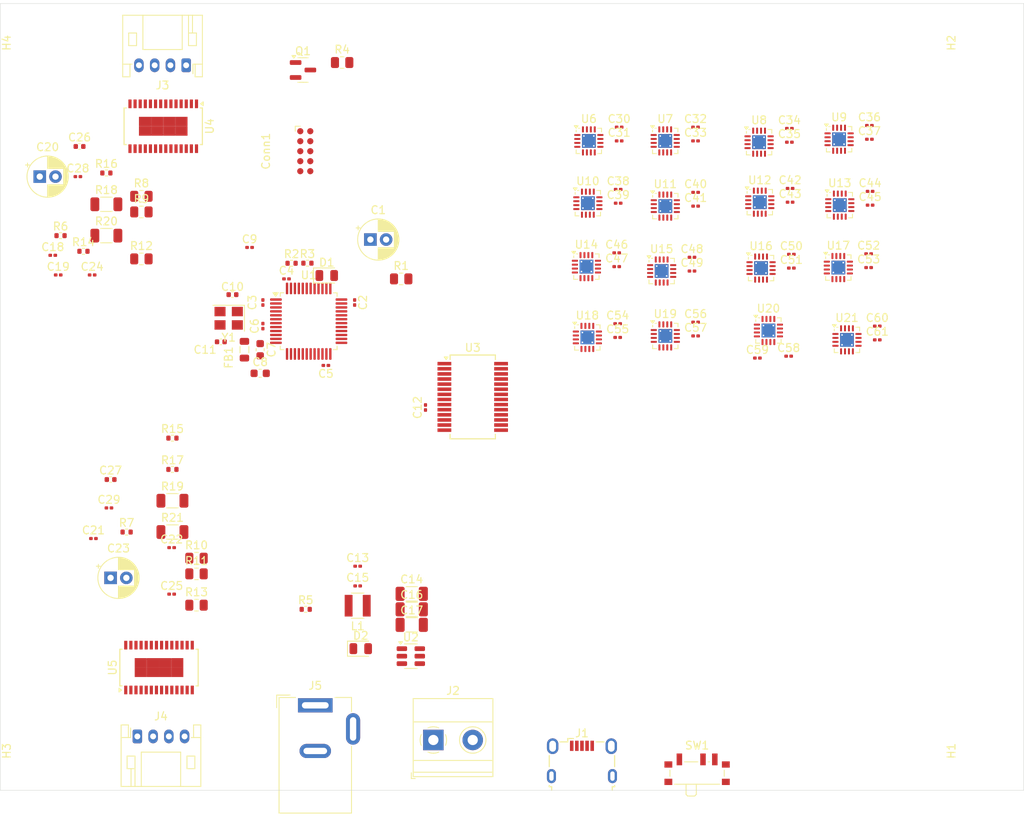
<source format=kicad_pcb>
(kicad_pcb (version 20240108) (generator "pcbnew") (generator_version "8.0")
  (title_block (title "Magnetic Profiler") (rev "1A"))
  (layers (0 "F.Cu" signal) (1 "In1.Cu" power) (2 "In2.Cu" power) (31 "B.Cu" signal) (34 "B.Paste" user) (35 "F.Paste" user) (36 "B.SilkS" user "B.Silkscreen") (37 "F.SilkS" user "F.Silkscreen") (38 "B.Mask" user) (39 "F.Mask" user) (44 "Edge.Cuts" user))
  (net 0 "")
  (net 1 "+3.3V")
  (net 2 "GND")
  (net 3 "+3.3VA")
  (net 4 "/NRST")
  (net 5 "/HSE_IN")
  (net 6 "/HSE_OUT")
  (net 8 "/CP2")
  (net 9 "/CP1")
  (net 10 "/SWDIO")
  (net 11 "/SWO")
  (net 12 "/RST")
  (net 13 "/SWCLK")
  (net 14 "/USB_D-")
  (net 15 "/USB_D+")
  (net 16 "/M2_BOUT1")
  (net 17 "/M2_BOUT2")
  (net 18 "/M2_AOUT2")
  (net 19 "/M2_AOUT1")
  (net 20 "/SWD_D")
  (net 21 "/SW_BOOT0")
  (net 22 "/BOOT0")
  (net 23 "/M1_AOUT2")
  (net 24 "/M1_AOUT1")
  (net 26 "/VCP1")
  (net 27 "/ISENA")
  (net 28 "/MAG_CS9")
  (net 29 "/MTR_MODE0")
  (net 30 "/M1_BOUT1")
  (net 31 "/SPI.SPI_MISO")
  (net 32 "/MAG_CS1")
  (net 33 "/MAG_CS5")
  (net 34 "/SPI.SPI_MOSI")
  (net 35 "/MAG_CS8")
  (net 36 "/MAG_CS4")
  (net 37 "/MTR_MODE1")
  (net 38 "/M1_BOUT2")
  (net 39 "/MTR_NRST")
  (net 40 "/MTR_MODE2")
  (net 41 "/MAG_CS2")
  (net 42 "/MAG_CS7")
  (net 43 "/MAG_TRIG")
  (net 44 "/MAG_CS6")
  (net 45 "/SPI.SPI_CLK")
  (net 46 "/MAG_CS3")
  (net 47 "/MTR_NEN")
  (net 50 "+12V")
  (net 54 "/ISENB")
  (net 55 "/M1_V3P3OUT")
  (net 56 "/MTR1_NFAULT")
  (net 59 "/MTR1_NHOME")
  (net 60 "/MTR2_NFAULT")
  (net 63 "/MTR_NSLEEP")
  (net 64 "/SMPS_SW")
  (net 65 "/SMPS_BST")
  (net 67 "/M2_V3P3OUT")
  (net 68 "/MTR2_NHOME")
  (net 69 "/MTR2_DIR")
  (net 70 "/MTR1_STEP")
  (net 71 "/MTR2_STEP")
  (net 72 "/MTR1_DIR")
  (net 74 "/MTR_DECAY")
  (net 75 "/IO1_RST")
  (net 77 "/VCP2")
  (net 78 "/IO1_CS")
  (net 81 "/STATUS_LED")
  (net 82 "/R_LED")
  (net 84 "/MAG_CS14")
  (net 85 "/MAG_CS16")
  (net 86 "/MAG_CS11")
  (net 88 "/MAG_CS15")
  (net 89 "/MAG_CS12")
  (net 90 "/MAG_CS10")
  (net 91 "/MAG_CS13")
  (net 94 "Net-(D2-K)")
  (net 95 "/REF1")
  (net 96 "/REF2")
  (footprint "Package_DFN_QFN:QFN-16-1EP_3x3mm_P0.5mm_EP1.75x1.75mm_ThermalVias" (layer "F.Cu") (at 146.375 67.625)
    (property "Reference" "U8")
    (property "Value" "MLX90393")
  )
  (footprint "Capacitor_SMD:C_0201_0603Metric" (layer "F.Cu") (at 71.755 125.065)
    (property "Reference" "C25")
    (property "Value" "100n")
  )
  (footprint "Capacitor_SMD:C_0201_0603Metric" (layer "F.Cu") (at 56.655 82)
    (property "Reference" "C18")
    (property "Value" "100n")
  )
  (footprint "Package_SO:TSSOP-28-1EP_4.4x9.7mm_P0.65mm" (layer "F.Cu") (at 70.15 134.4 90)
    (property "Reference" "U5")
    (property "Value" "DRV8825")
  )
  (footprint "Resistor_SMD:R_0805_2012Metric" (layer "F.Cu") (at 74.9125 126.47)
    (property "Reference" "R13")
    (property "Value" "10k")
  )
  (footprint "Capacitor_SMD:C_0603_1608Metric" (layer "F.Cu") (at 83 97)
    (property "Reference" "C8")
    (property "Value" "1u")
  )
  (footprint "Package_DFN_QFN:QFN-16-1EP_3x3mm_P0.5mm_EP1.75x1.75mm_ThermalVias" (layer "F.Cu") (at 146.4625 75.25)
    (property "Reference" "U12")
    (property "Value" "MLX90393")
  )
  (footprint "Capacitor_THT:CP_Radial_D5.0mm_P2.00mm" (layer "F.Cu") (at 64 123)
    (property "Reference" "C23")
    (property "Value" "100u")
  )
  (footprint "Capacitor_SMD:C_0201_0603Metric" (layer "F.Cu") (at 104 101.345 -90)
    (property "Reference" "C12")
    (property "Value" "100n")
  )
  (footprint "Resistor_SMD:R_0805_2012Metric" (layer "F.Cu") (at 74.9125 122.49)
    (property "Reference" "R11")
    (property "Value" "10k")
  )
  (footprint "Resistor_SMD:R_0805_2012Metric" (layer "F.Cu") (at 74.9125 120.5)
    (property "Reference" "R10")
    (property "Value" "10k")
  )
  (footprint "Capacitor_SMD:C_0201_0603Metric" (layer "F.Cu") (at 150.225 65.875)
    (property "Reference" "C34")
    (property "Value" "100n")
  )
  (footprint "Capacitor_SMD:C_0201_0603Metric" (layer "F.Cu") (at 128.41 92.44)
    (property "Reference" "C55")
    (property "Value" "100n")
  )
  (footprint "Package_DFN_QFN:QFN-16-1EP_3x3mm_P0.5mm_EP1.75x1.75mm_ThermalVias" (layer "F.Cu") (at 124.44 83.44)
    (property "Reference" "U14")
    (property "Value" "MLX90393")
  )
  (footprint "Connector_JST:JST_PH_S4B-PH-K_1x04_P2.00mm_Horizontal" (layer "F.Cu") (at 73.6 57.85 180)
    (property "Reference" "J3")
    (property "Value" "Conn_01x04_Socket")
  )
  (footprint "Package_DFN_QFN:QFN-16-1EP_3x3mm_P0.5mm_EP1.75x1.75mm_ThermalVias" (layer "F.Cu") (at 156.625 75.625)
    (property "Reference" "U13")
    (property "Value" "MLX90393")
  )
  (footprint "Capacitor_SMD:C_0201_0603Metric" (layer "F.Cu") (at 150.475 81.875)
    (property "Reference" "C50")
    (property "Value" "100n")
  )
  (footprint "Package_DFN_QFN:QFN-16-1EP_3x3mm_P0.5mm_EP1.75x1.75mm_ThermalVias" (layer "F.Cu") (at 134.4625 75.75)
    (property "Reference" "U11")
    (property "Value" "MLX90393")
  )
  (footprint "Capacitor_SMD:C_0201_0603Metric" (layer "F.Cu") (at 83.345 88 -90)
    (property "Reference" "C3")
    (property "Value" "100n")
  )
  (footprint "Capacitor_SMD:C_0201_0603Metric" (layer "F.Cu") (at 128.6 67.4625)
    (property "Reference" "C31")
    (property "Value" "100n")
  )
  (footprint "Capacitor_SMD:C_0201_0603Metric" (layer "F.Cu") (at 63.79 114.11)
    (property "Reference" "C29")
    (property "Value" "10n")
  )
  (footprint "Package_DFN_QFN:QFN-16-1EP_3x3mm_P0.5mm_EP1.75x1.75mm_ThermalVias" (layer "F.Cu") (at 156.44 83.56)
    (property "Reference" "U17")
    (property "Value" "MLX90393")
  )
  (footprint "Capacitor_THT:CP_Radial_D5.0mm_P2.00mm" (layer "F.Cu") (at 55 72)
    (property "Reference" "C20")
    (property "Value" "100u")
  )
  (footprint "Resistor_SMD:R_0805_2012Metric" (layer "F.Cu") (at 67.9125 76.49)
    (property "Reference" "R9")
    (property "Value" "10k")
  )
  (footprint "Inductor_SMD:L_Abracon_ASPI-3012S" (layer "F.Cu") (at 95.385 126.535)
    (property "Reference" "L1")
    (property "Value" "3u9")
  )
  (footprint "Package_DFN_QFN:QFN-16-1EP_3x3mm_P0.5mm_EP1.75x1.75mm_ThermalVias" (layer "F.Cu") (at 147.56 91.56)
    (property "Reference" "U20")
    (property "Value" "MLX90393")
  )
  (footprint "Button_Switch_SMD:SW_SPDT_PCM12" (layer "F.Cu") (at 138.5 147.5)
    (property "Reference" "SW1")
    (property "Value" "SW_SPDT")
  )
  (footprint "Package_DFN_QFN:QFN-16-1EP_3x3mm_P0.5mm_EP1.75x1.75mm_ThermalVias" (layer "F.Cu") (at 134.45 67.4625)
    (property "Reference" "U7")
    (property "Value" "MLX90393")
  )
  (footprint "Resistor_SMD:R_1206_3216Metric" (layer "F.Cu") (at 63.4625 75.52)
    (property "Reference" "R18")
    (property "Value" "200m")
  )
  (footprint "Package_TO_SOT_SMD:TSOT-23-6" (layer "F.Cu") (at 102.1375 132.95)
    (property "Reference" "U2")
    (property "Value" "AP63203WU")
  )
  (footprint "Capacitor_SMD:C_0201_0603Metric" (layer "F.Cu") (at 138.3125 74)
    (property "Reference" "C40")
    (property "Value" "100n")
  )
  (footprint "Capacitor_SMD:C_0201_0603Metric" (layer "F.Cu") (at 150.13 94.82)
    (property "Reference" "C58")
    (property "Value" "100n")
  )
  (footprint "Resistor_SMD:R_0402_1005Metric" (layer "F.Cu") (at 60.5525 81.49)
    (property "Reference" "R14")
    (property "Value" "50k")
  )
  (footprint "Capacitor_SMD:C_0201_0603Metric" (layer "F.Cu") (at 61.82 118)
    (property "Reference" "C21")
    (property "Value" "100n")
  )
  (footprint "Capacitor_SMD:C_0201_0603Metric" (layer "F.Cu") (at 95.385 124.025)
    (property "Reference" "C15")
    (property "Value" "100n")
  )
  (footprint "LED_SMD:LED_0805_2012Metric" (layer "F.Cu") (at 91.4575 84.57)
    (property "Reference" "D1")
    (property "Value" "STATUS_LED")
  )
  (footprint "Capacitor_SMD:C_0402_1005Metric" (layer "F.Cu") (at 64 110.5)
    (property "Reference" "C27")
    (property "Value" "470n")
  )
  (footprint "Capacitor_SMD:C_0201_0603Metric" (layer "F.Cu") (at 86.345 85)
    (property "Reference" "C4")
    (property "Value" "100n")
  )
  (footprint "Capacitor_SMD:C_0201_0603Metric" (layer "F.Cu") (at 128.475 75.375)
    (property "Reference" "C39")
    (property "Value" "100n")
  )
  (footprint "Capacitor_SMD:C_0201_0603Metric" (layer "F.Cu") (at 81.655 81)
    (property "Reference" "C9")
    (property "Value" "100n")
  )
  (footprint "Capacitor_SMD:C_0201_0603Metric" (layer "F.Cu") (at 150.3125 73.5)
    (property "Reference" "C42")
    (property "Value" "100n")
  )
  (footprint "Capacitor_SMD:C_0201_0603Metric" (layer "F.Cu") (at 57.345 84.5)
    (property "Reference" "C19")
    (property "Value" "100n")
  )
  (footprint "Capacitor_SMD:C_0201_0603Metric" (layer "F.Cu") (at 161.3875 92.75)
    (property "Reference" "C61")
    (property "Value" "100n")
  )
  (footprint "Capacitor_SMD:C_0201_0603Metric" (layer "F.Cu") (at 160.29 83.56)
    (property "Reference" "C53")
    (property "Value" "100n")
  )
  (footprint "Capacitor_SMD:C_0201_0603Metric" (layer "F.Cu") (at 95 88 -90)
    (property "Reference" "C2")
    (property "Value" "100n")
  )
  (footprint "Capacitor_SMD:C_0201_0603Metric" (layer "F.Cu") (at 128.41 90.69)
    (property "Reference" "C54")
    (property "Value" "100n")
  )
  (footprint "Package_QFP:LQFP-48_7x7mm_P0.5mm" (layer "F.Cu") (at 89.1625 90.375)
    (property "Reference" "U1")
    (property "Value" "STM32F103C8Tx")
  )
  (footprint "Capacitor_SMD:C_0201_0603Metric" (layer "F.Cu") (at 137.85 82.25)
    (property "Reference" "C48")
    (property "Value" "100n")
  )
  (footprint "Capacitor_SMD:C_0201_0603Metric" (layer "F.Cu") (at 138.3125 92.25)
    (property "Reference" "C57")
    (property "Value" "100n")
  )
  (footprint "Capacitor_SMD:C_0201_0603Metric" (layer "F.Cu") (at 138.3125 75.75)
    (property "Reference" "C41")
    (property "Value" "100n")
  )
  (footprint "Package_SO:TSSOP-28-1EP_4.4x9.7mm_P0.65mm" (layer "F.Cu") (at 70.68625 65.6 -90)
    (property "Reference" "U4")
    (property "Value" "DRV8825")
  )
  (footprint "Package_TO_SOT_SMD:SOT-23" (layer "F.Cu") (at 88.4375 58.45)
    (property "Reference" "Q1")
    (property "Value" "BSS123")
  )
  (footprint "Package_DFN_QFN:QFN-16-1EP_3x3mm_P0.5mm_EP1.75x1.75mm_ThermalVias" (layer "F.Cu") (at 156.5375 67.25)
    (property "Reference" "U9")
    (property "Value" "MLX90393")
  )
  (footprint "Connector:Tag-Connect_TC2050-IDC-FP_2x05_P1.27mm_Vertical" (layer "F.Cu") (at 88.73 68.77 -90)
    (property "Reference" "Conn1")
    (property "Value" "~")
  )
  (footprint "Resistor_SMD:R_0402_1005Metric" (layer "F.Cu") (at 86.99 83.01)
    (property "Reference" "R2")
    (property "Value" "1k5")
  )
  (footprint "Resistor_SMD:R_0805_2012Metric" (layer "F.Cu") (at 67.9125 74.5)
    (property "Reference" "R8")
    (property "Value" "10k")
  )
  (footprint "Inductor_SMD:L_0805_2012Metric" (layer "F.Cu") (at 81 94 -90)
    (property "Reference" "FB1")
    (property "Value" "120R")
  )
  (footprint "Capacitor_SMD:C_1206_3216Metric" (layer "F.Cu") (at 102.25 125.03)
    (property "Reference" "C14")
    (property "Value" "22u")
  )
  (footprint "Capacitor_SMD:C_0201_0603Metric" (layer "F.Cu") (at 95.385 121.515)
    (property "Reference" "C13")
    (property "Value" "100n")
  )
  (footprint "MountingHole:MountingHole_3.2mm_M3" (layer "F.Cu") (at 175 55 90)
    (property "Reference" "H2")
    (property "Value" "MountingHole")
  )
  (footprint "Package_DFN_QFN:QFN-16-1EP_3x3mm_P0.5mm_EP1.75x1.75mm_ThermalVias" (layer "F.Cu") (at 124.75 67.4625)
    (property "Reference" "U6")
    (property "Value" "MLX90393")
  )
  (footprint "Capacitor_SMD:C_0201_0603Metric" (layer "F.Cu") (at 59.845 72)
    (property "Reference" "C28")
    (property "Value" "10n")
  )
  (footprint "Capacitor_SMD:C_0201_0603Metric" (layer "F.Cu") (at 160.475 73.875)
    (property "Reference" "C44")
    (property "Value" "100n")
  )
  (footprint "Capacitor_SMD:C_0201_0603Metric" (layer "F.Cu") (at 160.3875 65.5)
    (property "Reference" "C36")
    (property "Value" "100n")
  )
  (footprint "Crystal:Crystal_SMD_3225-4Pin_3.2x2.5mm" (layer "F.Cu") (at 79 90 180)
    (property "Reference" "Y1")
    (property "Value" "16MHz")
  )
  (footprint "Capacitor_SMD:C_0201_0603Metric" (layer "F.Cu") (at 160.475 75.625)
    (property "Reference" "C45")
    (property "Value" "100n")
  )
  (footprint "MountingHole:MountingHole_3.2mm_M3" (layer "F.Cu") (at 55 145 90)
    (property "Reference" "H3")
    (property "Value" "MountingHole")
  )
  (footprint "Connector_BarrelJack:BarrelJack_Wuerth_6941xx301002" (layer "F.Cu") (at 90 139.2)
    (property "Reference" "J5")
    (property "Value" "Barrel_Jack")
  )
  (footprint "Capacitor_THT:CP_Radial_D5.0mm_P2.00mm" (layer "F.Cu") (at 97 80)
    (property "Reference" "C1")
    (property "Value" "100u")
  )
  (footprint "Connector_JST:JST_PH_S4B-PH-K_1x04_P2.00mm_Horizontal" (layer "F.Cu") (at 67.4 143.15)
    (property "Reference" "J4")
    (property "Value" "Conn_01x04_Socket")
  )
  (footprint "Resistor_SMD:R_0805_2012Metric" (layer "F.Cu") (at 100.9125 85)
    (property "Reference" "R1")
    (property "Value" "10k")
  )
  (footprint "Resistor_SMD:R_0402_1005Metric" (layer "F.Cu") (at 57.6425 79.5)
    (property "Reference" "R6")
    (property "Value" "1M")
  )
  (footprint "Resistor_SMD:R_0402_1005Metric" (layer "F.Cu") (at 88.785 127)
    (property "Reference" "R5")
    (property "Value" "1k")
  )
  (footprint "Capacitor_SMD:C_0402_1005Metric" (layer "F.Cu") (at 78 93)
    (property "Reference" "C11")
    (property "Value" "10p")
  )
  (footprint "Capacitor_SMD:C_0201_0603Metric" (layer "F.Cu") (at 128.6 65.7125)
    (property "Reference" "C30")
    (property "Value" "100n")
  )
  (footprint "Capacitor_SMD:C_0201_0603Metric" (layer "F.Cu") (at 83.345 91 90)
    (property "Reference" "C6")
    (property "Value" "10n")
  )
  (footprint "Capacitor_SMD:C_0201_0603Metric" (layer "F.Cu") (at 128.29 81.69)
    (property "Reference" "C46")
    (property "Value" "100n")
  )
  (footprint "Resistor_SMD:R_1206_3216Metric" (layer "F.Cu") (at 63.4625 79.5)
    (property "Reference" "R20")
    (property "Value" "200m")
  )
  (footprint "Resistor_SMD:R_0402_1005Metric" (layer "F.Cu") (at 63.4625 71.54)
    (property "Reference" "R16")
    (property "Value" "30k")
  )
  (footprint "Capacitor_SMD:C_0201_0603Metric" (layer "F.Cu") (at 138.3125 90.5)
    (property "Reference" "C56")
    (property "Value" "100n")
  )
  (footprint "TerminalBlock_Phoenix:TerminalBlock_Phoenix_MKDS-1,5-2_1x02_P5.00mm_Horizontal" (layer "F.Cu") (at 105 143.605)
    (property "Reference" "J2")
    (property "Value" "Screw_Terminal_01x02")
  )
  (footprint "Resistor_SMD:R_1206_3216Metric" (layer "F.Cu") (at 71.855 117.175)
    (property "Reference" "R21")
    (property "Value" "200m")
  )
  (footprint "Capacitor_SMD:C_0402_1005Metric" (layer "F.Cu") (at 60.055 68.17)
    (property "Reference" "C26")
    (property "Value" "470n")
  )
  (footprint "Connector_USB:USB_Micro-B_Wuerth_629105150521" (layer "F.Cu") (at 123.875 146.245)
    (property "Reference" "J1")
    (property "Value" "USB_B_Micro")
  )
  (footprint "Capacitor_SMD:C_1206_3216Metric" (layer "F.Cu") (at 102.25 128.97)
    (property "Reference" "C17")
    (property "Value" "22u")
  )
  (footprint "Capacitor_SMD:C_0201_0603Metric" (layer "F.Cu") (at 160.3875 67.25)
    (property "Reference" "C37")
    (property "Value" "100n")
  )
  (footprint "MountingHole:MountingHole_3.2mm_M3" (layer "F.Cu") (at 175 145 90)
    (property "Reference" "H1")
    (property "Value" "MountingHole")
  )
  (footprint "Capacitor_SMD:C_0201_0603Metric" (layer "F.Cu") (at 91.345 96 180)
    (property "Reference" "C5")
    (property "Value" "100n")
  )
  (footprint "Capacitor_SMD:C_0201_0603Metric" (layer "F.Cu") (at 61.655 84.5)
    (property "Reference" "C24")
    (property "Value" "100n")
  )
  (footprint "Capacitor_SMD:C_0603_1608Metric" (layer "F.Cu") (at 83 94 -90)
    (property "Reference" "C7")
    (property "Value" "1u")
  )
  (footprint "Capacitor_SMD:C_0201_0603Metric" (layer "F.Cu") (at 160.29 81.81)
    (property "Reference" "C52")
    (property "Value" "100n")
  )
  (footprint "Capacitor_SMD:C_0201_0603Metric" (layer "F.Cu") (at 138.3 65.7125)
    (property "Reference" "C32")
    (property "Value" "100n")
  )
  (footprint "MountingHole:MountingHole_3.2mm_M3" (layer "F.Cu") (at 55 55 90)
    (property "Reference" "H4")
    (property "Value" "MountingHole")
  )
  (footprint "Package_DFN_QFN:QFN-16-1EP_3x3mm_P0.5mm_EP1.75x1.75mm_ThermalVias" (layer "F.Cu") (at 124.625 75.375)
    (property "Reference" "U10")
    (property "Value" "MLX90393")
  )
  (footprint "Package_DFN_QFN:QFN-16-1EP_3x3mm_P0.5mm_EP1.75x1.75mm_ThermalVias" (layer "F.Cu") (at 134.4625 92.25)
    (property "Reference" "U19")
    (property "Value" "MLX90393")
  )
  (footprint "Capacitor_SMD:C_0201_0603Metric" (layer "F.Cu") (at 161.3875 91)
    (property "Reference" "C60")
    (property "Value" "100n")
  )
  (footprint "Capacitor_SMD:C_0201_0603Metric" (layer "F.Cu") (at 128.29 83.44)
    (property "Reference" "C47")
    (property "Value" "100n")
  )
  (footprint "Package_DFN_QFN:QFN-16-1EP_3x3mm_P0.5mm_EP1.75x1.75mm_ThermalVias" (layer "F.Cu") (at 157.5375 92.75)
    (property "Reference" "U21")
    (property "Value" "MLX90393")
  )
  (footprint "Package_DFN_QFN:QFN-16-1EP_3x3mm_P0.5mm_EP1.75x1.75mm_ThermalVias" (layer "F.Cu") (at 124.56 92.44)
    (property "Reference" "U18")
    (property "Value" "MLX90393")
  )
  (footprint "Resistor_SMD:R_0805_2012Metric" (layer "F.Cu") (at 67.9125 82.46)
    (property "Reference" "R12")
    (property "Value" "10k")
  )
  (footprint "Package_DFN_QFN:QFN-16-1EP_3x3mm_P0.5mm_EP1.75x1.75mm_ThermalVias" (layer "F.Cu") (at 146.625 83.625)
    (property "Reference" "U16")
    (property "Value" "MLX90393")
  )
  (footprint "Capacitor_SMD:C_0201_0603Metric" (layer "F.Cu") (at 71.755 119.155)
    (property "Reference" "C22")
    (property "Value" "100n")
  )
  (footprint "Capacitor_SMD:C_0201_0603Metric" (layer "F.Cu") (at 150.3125 75.25)
    (property "Reference" "C43")
    (property "Value" "100n")
  )
  (footprint "Capacitor_SMD:C_0201_0603Metric" (layer "F.Cu") (at 150.225 67.625)
    (property "Reference" "C35")
    (property "Value" "100n")
  )
  (footprint "Package_DFN_QFN:QFN-16-1EP_3x3mm_P0.5mm_EP1.75x1.75mm_ThermalVias" (layer "F.Cu") (at 134 84)
    (property "Reference" "U15")
    (property "Value" "MLX90393")
  )
  (footprint "Resistor_SMD:R_0805_2012Metric" (layer "F.Cu") (at 93.4125 57.5)
    (property "Reference" "R4")
    (property "Value" "10k")
  )
  (footprint "Resistor_SMD:R_0402_1005Metric" (layer "F.Cu") (at 89 83)
    (property "Reference" "R3")
    (property "Value" "1k")
  )
  (footprint "Capacitor_SMD:C_0402_1005Metric" (layer "F.Cu") (at 79.48 87 180)
    (property "Reference" "C10")
    (property "Value" "10p")
  )
  (footprint "Capacitor_SMD:C_1206_3216Metric" (layer "F.Cu") (at 102.25 127)
    (property "Reference" "C16")
    (property "Value" "22u")
  )
  (footprint "Capacitor_SMD:C_0201_0603Metric" (layer "F.Cu") (at 137.85 84)
    (property "Reference" "C49")
    (property "Value" "100n")
  )
  (footprint "Resistor_SMD:R_0402_1005Metric" (layer "F.Cu") (at 71.855 105.235)
    (property "Reference" "R15")
    (property "Value" "50k")
  )
  (footprint "Package_SO:SSOP-28_5.3x10.2mm_P0.65mm" (layer "F.Cu") (at 110 100)
    (property "Reference" "U3")
    (property "Value" "MCP23S17")
  )
  (footprint "Capacitor_SMD:C_0201_0603Metric" (layer "F.Cu") (at 128.475 73.625)
    (property "Reference" "C38")
    (property "Value" "100n")
  )
  (footprint "Resistor_SMD:R_0402_1005Metric" (layer "F.Cu") (at 66.035 117.175)
    (property "Reference" "R7")
    (property "Value" "1M")
  )
  (footprint "Resistor_SMD:R_0402_1005Metric" (layer "F.Cu") (at 71.855 109.215)
    (property "Reference" "R17")
    (property "Value" "30k")
  )
  (footprint "Capacitor_SMD:C_0201_0603Metric" (layer "F.Cu") (at 138.3 67.4625)
    (property "Reference" "C33")
    (property "Value" "100n")
  )
  (footprint "LED_SMD:LED_0805_2012Metric" (layer "F.Cu") (at 95.775 132)
    (property "Reference" "D2")
    (property "Value" "PWR_LED")
  )
  (footprint "Capacitor_SMD:C_0201_0603Metric" (layer "F.Cu") (at 146.16 95.06)
    (property "Reference" "C59")
    (property "Value" "100n")
  )
  (footprint "Resistor_SMD:R_1206_3216Metric" (layer "F.Cu") (at 71.855 113.195)
    (property "Reference" "R19")
    (property "Value" "200m")
  )
  (footprint "Capacitor_SMD:C_0201_0603Metric" (layer "F.Cu") (at 150.475 83.625)
    (property "Reference" "C51")
    (property "Value" "100n")
  )
  (gr_line (start 50 150) (end 180 150) (stroke (width 0.05)) (layer "Edge.Cuts"))
  (gr_line (start 50 50) (end 50 150) (stroke (width 0.05)) (layer "Edge.Cuts"))
  (gr_line (start 180 50) (end 180 150) (stroke (width 0.05)) (layer "Edge.Cuts"))
  (gr_line (start 50 50) (end 180 50) (stroke (width 0.05)) (layer "Edge.Cuts"))
)
</source>
